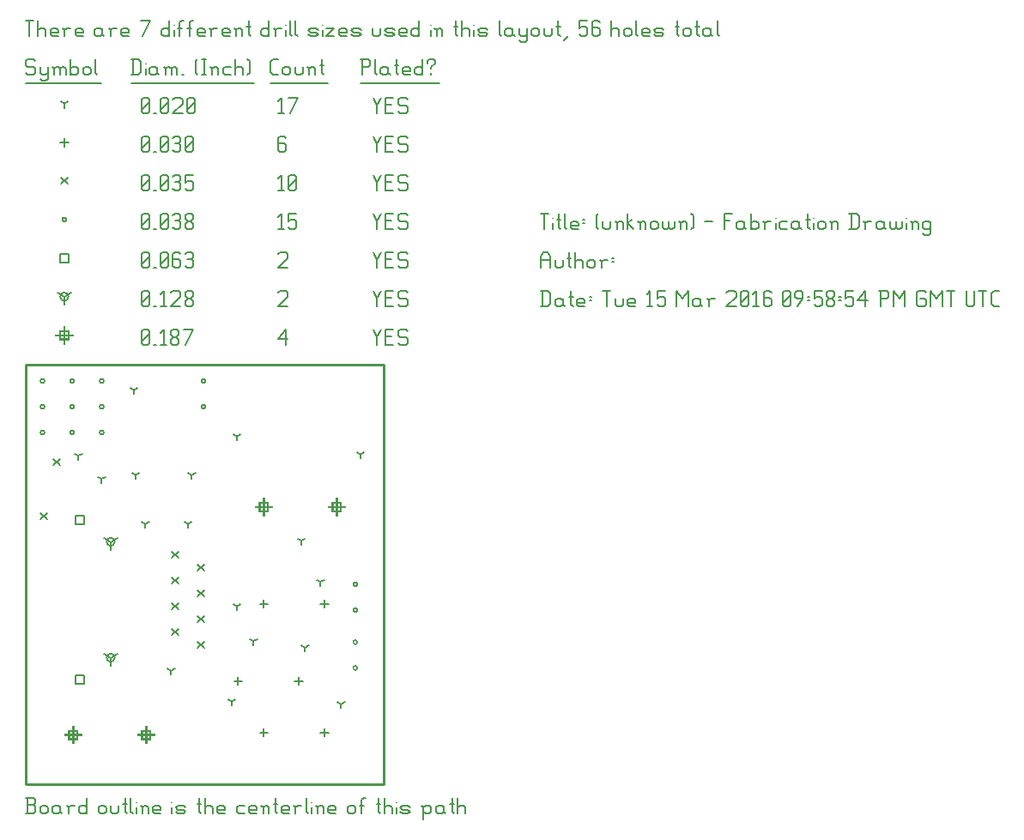
<source format=gbr>
G04 start of page 12 for group -3984 idx -3984 *
G04 Title: (unknown), fab *
G04 Creator: pcb 20140316 *
G04 CreationDate: Tue 15 Mar 2016 09:58:54 PM GMT UTC *
G04 For: commonadmin *
G04 Format: Gerber/RS-274X *
G04 PCB-Dimensions (mil): 1410.00 1650.00 *
G04 PCB-Coordinate-Origin: lower left *
%MOIN*%
%FSLAX25Y25*%
%LNFAB*%
%ADD92C,0.0100*%
%ADD91C,0.0075*%
%ADD90C,0.0060*%
%ADD89R,0.0080X0.0080*%
G54D89*X18500Y24200D02*Y17800D01*
X15300Y21000D02*X21700D01*
X16900Y22600D02*X20100D01*
X16900D02*Y19400D01*
X20100D01*
Y22600D02*Y19400D01*
X46846Y24200D02*Y17800D01*
X43646Y21000D02*X50046D01*
X45246Y22600D02*X48446D01*
X45246D02*Y19400D01*
X48446D01*
Y22600D02*Y19400D01*
X92500Y112700D02*Y106300D01*
X89300Y109500D02*X95700D01*
X90900Y111100D02*X94100D01*
X90900D02*Y107900D01*
X94100D01*
Y111100D02*Y107900D01*
X120846Y112700D02*Y106300D01*
X117646Y109500D02*X124046D01*
X119246Y111100D02*X122446D01*
X119246D02*Y107900D01*
X122446D01*
Y111100D02*Y107900D01*
X15000Y179450D02*Y173050D01*
X11800Y176250D02*X18200D01*
X13400Y177850D02*X16600D01*
X13400D02*Y174650D01*
X16600D01*
Y177850D02*Y174650D01*
G54D90*X135000Y178500D02*X136500Y175500D01*
X138000Y178500D01*
X136500Y175500D02*Y172500D01*
X139800Y175800D02*X142050D01*
X139800Y172500D02*X142800D01*
X139800Y178500D02*Y172500D01*
Y178500D02*X142800D01*
X147600D02*X148350Y177750D01*
X145350Y178500D02*X147600D01*
X144600Y177750D02*X145350Y178500D01*
X144600Y177750D02*Y176250D01*
X145350Y175500D01*
X147600D01*
X148350Y174750D01*
Y173250D01*
X147600Y172500D02*X148350Y173250D01*
X145350Y172500D02*X147600D01*
X144600Y173250D02*X145350Y172500D01*
X98000Y174750D02*X101000Y178500D01*
X98000Y174750D02*X101750D01*
X101000Y178500D02*Y172500D01*
X45000Y173250D02*X45750Y172500D01*
X45000Y177750D02*Y173250D01*
Y177750D02*X45750Y178500D01*
X47250D01*
X48000Y177750D01*
Y173250D01*
X47250Y172500D02*X48000Y173250D01*
X45750Y172500D02*X47250D01*
X45000Y174000D02*X48000Y177000D01*
X49800Y172500D02*X50550D01*
X52350Y177300D02*X53550Y178500D01*
Y172500D01*
X52350D02*X54600D01*
X56400Y173250D02*X57150Y172500D01*
X56400Y174450D02*Y173250D01*
Y174450D02*X57450Y175500D01*
X58350D01*
X59400Y174450D01*
Y173250D01*
X58650Y172500D02*X59400Y173250D01*
X57150Y172500D02*X58650D01*
X56400Y176550D02*X57450Y175500D01*
X56400Y177750D02*Y176550D01*
Y177750D02*X57150Y178500D01*
X58650D01*
X59400Y177750D01*
Y176550D01*
X58350Y175500D02*X59400Y176550D01*
X61950Y172500D02*X64950Y178500D01*
X61200D02*X64950D01*
X33000Y96000D02*Y92800D01*
Y96000D02*X35773Y97600D01*
X33000Y96000D02*X30227Y97600D01*
X31400Y96000D02*G75*G03X34600Y96000I1600J0D01*G01*
G75*G03X31400Y96000I-1600J0D01*G01*
X33000Y51000D02*Y47800D01*
Y51000D02*X35773Y52600D01*
X33000Y51000D02*X30227Y52600D01*
X31400Y51000D02*G75*G03X34600Y51000I1600J0D01*G01*
G75*G03X31400Y51000I-1600J0D01*G01*
X15000Y191250D02*Y188050D01*
Y191250D02*X17773Y192850D01*
X15000Y191250D02*X12227Y192850D01*
X13400Y191250D02*G75*G03X16600Y191250I1600J0D01*G01*
G75*G03X13400Y191250I-1600J0D01*G01*
X135000Y193500D02*X136500Y190500D01*
X138000Y193500D01*
X136500Y190500D02*Y187500D01*
X139800Y190800D02*X142050D01*
X139800Y187500D02*X142800D01*
X139800Y193500D02*Y187500D01*
Y193500D02*X142800D01*
X147600D02*X148350Y192750D01*
X145350Y193500D02*X147600D01*
X144600Y192750D02*X145350Y193500D01*
X144600Y192750D02*Y191250D01*
X145350Y190500D01*
X147600D01*
X148350Y189750D01*
Y188250D01*
X147600Y187500D02*X148350Y188250D01*
X145350Y187500D02*X147600D01*
X144600Y188250D02*X145350Y187500D01*
X98000Y192750D02*X98750Y193500D01*
X101000D01*
X101750Y192750D01*
Y191250D01*
X98000Y187500D02*X101750Y191250D01*
X98000Y187500D02*X101750D01*
X45000Y188250D02*X45750Y187500D01*
X45000Y192750D02*Y188250D01*
Y192750D02*X45750Y193500D01*
X47250D01*
X48000Y192750D01*
Y188250D01*
X47250Y187500D02*X48000Y188250D01*
X45750Y187500D02*X47250D01*
X45000Y189000D02*X48000Y192000D01*
X49800Y187500D02*X50550D01*
X52350Y192300D02*X53550Y193500D01*
Y187500D01*
X52350D02*X54600D01*
X56400Y192750D02*X57150Y193500D01*
X59400D01*
X60150Y192750D01*
Y191250D01*
X56400Y187500D02*X60150Y191250D01*
X56400Y187500D02*X60150D01*
X61950Y188250D02*X62700Y187500D01*
X61950Y189450D02*Y188250D01*
Y189450D02*X63000Y190500D01*
X63900D01*
X64950Y189450D01*
Y188250D01*
X64200Y187500D02*X64950Y188250D01*
X62700Y187500D02*X64200D01*
X61950Y191550D02*X63000Y190500D01*
X61950Y192750D02*Y191550D01*
Y192750D02*X62700Y193500D01*
X64200D01*
X64950Y192750D01*
Y191550D01*
X63900Y190500D02*X64950Y191550D01*
X19392Y106143D02*X22592D01*
X19392D02*Y102943D01*
X22592D01*
Y106143D02*Y102943D01*
X19392Y44135D02*X22592D01*
X19392D02*Y40935D01*
X22592D01*
Y44135D02*Y40935D01*
X13400Y207850D02*X16600D01*
X13400D02*Y204650D01*
X16600D01*
Y207850D02*Y204650D01*
X135000Y208500D02*X136500Y205500D01*
X138000Y208500D01*
X136500Y205500D02*Y202500D01*
X139800Y205800D02*X142050D01*
X139800Y202500D02*X142800D01*
X139800Y208500D02*Y202500D01*
Y208500D02*X142800D01*
X147600D02*X148350Y207750D01*
X145350Y208500D02*X147600D01*
X144600Y207750D02*X145350Y208500D01*
X144600Y207750D02*Y206250D01*
X145350Y205500D01*
X147600D01*
X148350Y204750D01*
Y203250D01*
X147600Y202500D02*X148350Y203250D01*
X145350Y202500D02*X147600D01*
X144600Y203250D02*X145350Y202500D01*
X98000Y207750D02*X98750Y208500D01*
X101000D01*
X101750Y207750D01*
Y206250D01*
X98000Y202500D02*X101750Y206250D01*
X98000Y202500D02*X101750D01*
X45000Y203250D02*X45750Y202500D01*
X45000Y207750D02*Y203250D01*
Y207750D02*X45750Y208500D01*
X47250D01*
X48000Y207750D01*
Y203250D01*
X47250Y202500D02*X48000Y203250D01*
X45750Y202500D02*X47250D01*
X45000Y204000D02*X48000Y207000D01*
X49800Y202500D02*X50550D01*
X52350Y203250D02*X53100Y202500D01*
X52350Y207750D02*Y203250D01*
Y207750D02*X53100Y208500D01*
X54600D01*
X55350Y207750D01*
Y203250D01*
X54600Y202500D02*X55350Y203250D01*
X53100Y202500D02*X54600D01*
X52350Y204000D02*X55350Y207000D01*
X59400Y208500D02*X60150Y207750D01*
X57900Y208500D02*X59400D01*
X57150Y207750D02*X57900Y208500D01*
X57150Y207750D02*Y203250D01*
X57900Y202500D01*
X59400Y205800D02*X60150Y205050D01*
X57150Y205800D02*X59400D01*
X57900Y202500D02*X59400D01*
X60150Y203250D01*
Y205050D02*Y203250D01*
X61950Y207750D02*X62700Y208500D01*
X64200D01*
X64950Y207750D01*
X64200Y202500D02*X64950Y203250D01*
X62700Y202500D02*X64200D01*
X61950Y203250D02*X62700Y202500D01*
Y205800D02*X64200D01*
X64950Y207750D02*Y206550D01*
Y205050D02*Y203250D01*
Y205050D02*X64200Y205800D01*
X64950Y206550D02*X64200Y205800D01*
X127200Y79500D02*G75*G03X128800Y79500I800J0D01*G01*
G75*G03X127200Y79500I-800J0D01*G01*
Y69500D02*G75*G03X128800Y69500I800J0D01*G01*
G75*G03X127200Y69500I-800J0D01*G01*
Y57000D02*G75*G03X128800Y57000I800J0D01*G01*
G75*G03X127200Y57000I-800J0D01*G01*
Y47000D02*G75*G03X128800Y47000I800J0D01*G01*
G75*G03X127200Y47000I-800J0D01*G01*
X28700Y138500D02*G75*G03X30300Y138500I800J0D01*G01*
G75*G03X28700Y138500I-800J0D01*G01*
Y148500D02*G75*G03X30300Y148500I800J0D01*G01*
G75*G03X28700Y148500I-800J0D01*G01*
Y158500D02*G75*G03X30300Y158500I800J0D01*G01*
G75*G03X28700Y158500I-800J0D01*G01*
X17200Y138500D02*G75*G03X18800Y138500I800J0D01*G01*
G75*G03X17200Y138500I-800J0D01*G01*
Y148500D02*G75*G03X18800Y148500I800J0D01*G01*
G75*G03X17200Y148500I-800J0D01*G01*
Y158500D02*G75*G03X18800Y158500I800J0D01*G01*
G75*G03X17200Y158500I-800J0D01*G01*
X5700Y138500D02*G75*G03X7300Y138500I800J0D01*G01*
G75*G03X5700Y138500I-800J0D01*G01*
Y148500D02*G75*G03X7300Y148500I800J0D01*G01*
G75*G03X5700Y148500I-800J0D01*G01*
Y158500D02*G75*G03X7300Y158500I800J0D01*G01*
G75*G03X5700Y158500I-800J0D01*G01*
X68200D02*G75*G03X69800Y158500I800J0D01*G01*
G75*G03X68200Y158500I-800J0D01*G01*
Y148500D02*G75*G03X69800Y148500I800J0D01*G01*
G75*G03X68200Y148500I-800J0D01*G01*
X14200Y221250D02*G75*G03X15800Y221250I800J0D01*G01*
G75*G03X14200Y221250I-800J0D01*G01*
X135000Y223500D02*X136500Y220500D01*
X138000Y223500D01*
X136500Y220500D02*Y217500D01*
X139800Y220800D02*X142050D01*
X139800Y217500D02*X142800D01*
X139800Y223500D02*Y217500D01*
Y223500D02*X142800D01*
X147600D02*X148350Y222750D01*
X145350Y223500D02*X147600D01*
X144600Y222750D02*X145350Y223500D01*
X144600Y222750D02*Y221250D01*
X145350Y220500D01*
X147600D01*
X148350Y219750D01*
Y218250D01*
X147600Y217500D02*X148350Y218250D01*
X145350Y217500D02*X147600D01*
X144600Y218250D02*X145350Y217500D01*
X98000Y222300D02*X99200Y223500D01*
Y217500D01*
X98000D02*X100250D01*
X102050Y223500D02*X105050D01*
X102050D02*Y220500D01*
X102800Y221250D01*
X104300D01*
X105050Y220500D01*
Y218250D01*
X104300Y217500D02*X105050Y218250D01*
X102800Y217500D02*X104300D01*
X102050Y218250D02*X102800Y217500D01*
X45000Y218250D02*X45750Y217500D01*
X45000Y222750D02*Y218250D01*
Y222750D02*X45750Y223500D01*
X47250D01*
X48000Y222750D01*
Y218250D01*
X47250Y217500D02*X48000Y218250D01*
X45750Y217500D02*X47250D01*
X45000Y219000D02*X48000Y222000D01*
X49800Y217500D02*X50550D01*
X52350Y218250D02*X53100Y217500D01*
X52350Y222750D02*Y218250D01*
Y222750D02*X53100Y223500D01*
X54600D01*
X55350Y222750D01*
Y218250D01*
X54600Y217500D02*X55350Y218250D01*
X53100Y217500D02*X54600D01*
X52350Y219000D02*X55350Y222000D01*
X57150Y222750D02*X57900Y223500D01*
X59400D01*
X60150Y222750D01*
X59400Y217500D02*X60150Y218250D01*
X57900Y217500D02*X59400D01*
X57150Y218250D02*X57900Y217500D01*
Y220800D02*X59400D01*
X60150Y222750D02*Y221550D01*
Y220050D02*Y218250D01*
Y220050D02*X59400Y220800D01*
X60150Y221550D02*X59400Y220800D01*
X61950Y218250D02*X62700Y217500D01*
X61950Y219450D02*Y218250D01*
Y219450D02*X63000Y220500D01*
X63900D01*
X64950Y219450D01*
Y218250D01*
X64200Y217500D02*X64950Y218250D01*
X62700Y217500D02*X64200D01*
X61950Y221550D02*X63000Y220500D01*
X61950Y222750D02*Y221550D01*
Y222750D02*X62700Y223500D01*
X64200D01*
X64950Y222750D01*
Y221550D01*
X63900Y220500D02*X64950Y221550D01*
X10800Y128200D02*X13200Y125800D01*
X10800D02*X13200Y128200D01*
X5800Y107200D02*X8200Y104800D01*
X5800D02*X8200Y107200D01*
X66800Y87200D02*X69200Y84800D01*
X66800D02*X69200Y87200D01*
X66800Y77200D02*X69200Y74800D01*
X66800D02*X69200Y77200D01*
X66800Y67200D02*X69200Y64800D01*
X66800D02*X69200Y67200D01*
X66800Y57200D02*X69200Y54800D01*
X66800D02*X69200Y57200D01*
X56800Y92200D02*X59200Y89800D01*
X56800D02*X59200Y92200D01*
X56800Y82200D02*X59200Y79800D01*
X56800D02*X59200Y82200D01*
X56800Y72200D02*X59200Y69800D01*
X56800D02*X59200Y72200D01*
X56800Y62200D02*X59200Y59800D01*
X56800D02*X59200Y62200D01*
X13800Y237450D02*X16200Y235050D01*
X13800D02*X16200Y237450D01*
X135000Y238500D02*X136500Y235500D01*
X138000Y238500D01*
X136500Y235500D02*Y232500D01*
X139800Y235800D02*X142050D01*
X139800Y232500D02*X142800D01*
X139800Y238500D02*Y232500D01*
Y238500D02*X142800D01*
X147600D02*X148350Y237750D01*
X145350Y238500D02*X147600D01*
X144600Y237750D02*X145350Y238500D01*
X144600Y237750D02*Y236250D01*
X145350Y235500D01*
X147600D01*
X148350Y234750D01*
Y233250D01*
X147600Y232500D02*X148350Y233250D01*
X145350Y232500D02*X147600D01*
X144600Y233250D02*X145350Y232500D01*
X98000Y237300D02*X99200Y238500D01*
Y232500D01*
X98000D02*X100250D01*
X102050Y233250D02*X102800Y232500D01*
X102050Y237750D02*Y233250D01*
Y237750D02*X102800Y238500D01*
X104300D01*
X105050Y237750D01*
Y233250D01*
X104300Y232500D02*X105050Y233250D01*
X102800Y232500D02*X104300D01*
X102050Y234000D02*X105050Y237000D01*
X45000Y233250D02*X45750Y232500D01*
X45000Y237750D02*Y233250D01*
Y237750D02*X45750Y238500D01*
X47250D01*
X48000Y237750D01*
Y233250D01*
X47250Y232500D02*X48000Y233250D01*
X45750Y232500D02*X47250D01*
X45000Y234000D02*X48000Y237000D01*
X49800Y232500D02*X50550D01*
X52350Y233250D02*X53100Y232500D01*
X52350Y237750D02*Y233250D01*
Y237750D02*X53100Y238500D01*
X54600D01*
X55350Y237750D01*
Y233250D01*
X54600Y232500D02*X55350Y233250D01*
X53100Y232500D02*X54600D01*
X52350Y234000D02*X55350Y237000D01*
X57150Y237750D02*X57900Y238500D01*
X59400D01*
X60150Y237750D01*
X59400Y232500D02*X60150Y233250D01*
X57900Y232500D02*X59400D01*
X57150Y233250D02*X57900Y232500D01*
Y235800D02*X59400D01*
X60150Y237750D02*Y236550D01*
Y235050D02*Y233250D01*
Y235050D02*X59400Y235800D01*
X60150Y236550D02*X59400Y235800D01*
X61950Y238500D02*X64950D01*
X61950D02*Y235500D01*
X62700Y236250D01*
X64200D01*
X64950Y235500D01*
Y233250D01*
X64200Y232500D02*X64950Y233250D01*
X62700Y232500D02*X64200D01*
X61950Y233250D02*X62700Y232500D01*
X92500Y73600D02*Y70400D01*
X90900Y72000D02*X94100D01*
X92500Y23600D02*Y20400D01*
X90900Y22000D02*X94100D01*
X82500Y43600D02*Y40400D01*
X80900Y42000D02*X84100D01*
X116000Y73600D02*Y70400D01*
X114400Y72000D02*X117600D01*
X116000Y23600D02*Y20400D01*
X114400Y22000D02*X117600D01*
X106000Y43600D02*Y40400D01*
X104400Y42000D02*X107600D01*
X15000Y252850D02*Y249650D01*
X13400Y251250D02*X16600D01*
X135000Y253500D02*X136500Y250500D01*
X138000Y253500D01*
X136500Y250500D02*Y247500D01*
X139800Y250800D02*X142050D01*
X139800Y247500D02*X142800D01*
X139800Y253500D02*Y247500D01*
Y253500D02*X142800D01*
X147600D02*X148350Y252750D01*
X145350Y253500D02*X147600D01*
X144600Y252750D02*X145350Y253500D01*
X144600Y252750D02*Y251250D01*
X145350Y250500D01*
X147600D01*
X148350Y249750D01*
Y248250D01*
X147600Y247500D02*X148350Y248250D01*
X145350Y247500D02*X147600D01*
X144600Y248250D02*X145350Y247500D01*
X100250Y253500D02*X101000Y252750D01*
X98750Y253500D02*X100250D01*
X98000Y252750D02*X98750Y253500D01*
X98000Y252750D02*Y248250D01*
X98750Y247500D01*
X100250Y250800D02*X101000Y250050D01*
X98000Y250800D02*X100250D01*
X98750Y247500D02*X100250D01*
X101000Y248250D01*
Y250050D02*Y248250D01*
X45000D02*X45750Y247500D01*
X45000Y252750D02*Y248250D01*
Y252750D02*X45750Y253500D01*
X47250D01*
X48000Y252750D01*
Y248250D01*
X47250Y247500D02*X48000Y248250D01*
X45750Y247500D02*X47250D01*
X45000Y249000D02*X48000Y252000D01*
X49800Y247500D02*X50550D01*
X52350Y248250D02*X53100Y247500D01*
X52350Y252750D02*Y248250D01*
Y252750D02*X53100Y253500D01*
X54600D01*
X55350Y252750D01*
Y248250D01*
X54600Y247500D02*X55350Y248250D01*
X53100Y247500D02*X54600D01*
X52350Y249000D02*X55350Y252000D01*
X57150Y252750D02*X57900Y253500D01*
X59400D01*
X60150Y252750D01*
X59400Y247500D02*X60150Y248250D01*
X57900Y247500D02*X59400D01*
X57150Y248250D02*X57900Y247500D01*
Y250800D02*X59400D01*
X60150Y252750D02*Y251550D01*
Y250050D02*Y248250D01*
Y250050D02*X59400Y250800D01*
X60150Y251550D02*X59400Y250800D01*
X61950Y248250D02*X62700Y247500D01*
X61950Y252750D02*Y248250D01*
Y252750D02*X62700Y253500D01*
X64200D01*
X64950Y252750D01*
Y248250D01*
X64200Y247500D02*X64950Y248250D01*
X62700Y247500D02*X64200D01*
X61950Y249000D02*X64950Y252000D01*
X122500Y33000D02*Y31400D01*
Y33000D02*X123887Y33800D01*
X122500Y33000D02*X121113Y33800D01*
X64500Y122000D02*Y120400D01*
Y122000D02*X65887Y122800D01*
X64500Y122000D02*X63113Y122800D01*
X42700Y122000D02*Y120400D01*
Y122000D02*X44087Y122800D01*
X42700Y122000D02*X41313Y122800D01*
X80000Y34000D02*Y32400D01*
Y34000D02*X81387Y34800D01*
X80000Y34000D02*X78613Y34800D01*
X29500Y120500D02*Y118900D01*
Y120500D02*X30887Y121300D01*
X29500Y120500D02*X28113Y121300D01*
X46500Y103000D02*Y101400D01*
Y103000D02*X47887Y103800D01*
X46500Y103000D02*X45113Y103800D01*
X63000Y103000D02*Y101400D01*
Y103000D02*X64387Y103800D01*
X63000Y103000D02*X61613Y103800D01*
X56500Y46000D02*Y44400D01*
Y46000D02*X57887Y46800D01*
X56500Y46000D02*X55113Y46800D01*
X88500Y57500D02*Y55900D01*
Y57500D02*X89887Y58300D01*
X88500Y57500D02*X87113Y58300D01*
X108500Y55000D02*Y53400D01*
Y55000D02*X109887Y55800D01*
X108500Y55000D02*X107113Y55800D01*
X82000Y71000D02*Y69400D01*
Y71000D02*X83387Y71800D01*
X82000Y71000D02*X80613Y71800D01*
X114500Y80500D02*Y78900D01*
Y80500D02*X115887Y81300D01*
X114500Y80500D02*X113113Y81300D01*
X42000Y155000D02*Y153400D01*
Y155000D02*X43387Y155800D01*
X42000Y155000D02*X40613Y155800D01*
X82000Y137000D02*Y135400D01*
Y137000D02*X83387Y137800D01*
X82000Y137000D02*X80613Y137800D01*
X130000Y130000D02*Y128400D01*
Y130000D02*X131387Y130800D01*
X130000Y130000D02*X128613Y130800D01*
X107000Y96500D02*Y94900D01*
Y96500D02*X108387Y97300D01*
X107000Y96500D02*X105613Y97300D01*
X20500Y129500D02*Y127900D01*
Y129500D02*X21887Y130300D01*
X20500Y129500D02*X19113Y130300D01*
X15000Y266250D02*Y264650D01*
Y266250D02*X16387Y267050D01*
X15000Y266250D02*X13613Y267050D01*
X135000Y268500D02*X136500Y265500D01*
X138000Y268500D01*
X136500Y265500D02*Y262500D01*
X139800Y265800D02*X142050D01*
X139800Y262500D02*X142800D01*
X139800Y268500D02*Y262500D01*
Y268500D02*X142800D01*
X147600D02*X148350Y267750D01*
X145350Y268500D02*X147600D01*
X144600Y267750D02*X145350Y268500D01*
X144600Y267750D02*Y266250D01*
X145350Y265500D01*
X147600D01*
X148350Y264750D01*
Y263250D01*
X147600Y262500D02*X148350Y263250D01*
X145350Y262500D02*X147600D01*
X144600Y263250D02*X145350Y262500D01*
X98000Y267300D02*X99200Y268500D01*
Y262500D01*
X98000D02*X100250D01*
X102800D02*X105800Y268500D01*
X102050D02*X105800D01*
X45000Y263250D02*X45750Y262500D01*
X45000Y267750D02*Y263250D01*
Y267750D02*X45750Y268500D01*
X47250D01*
X48000Y267750D01*
Y263250D01*
X47250Y262500D02*X48000Y263250D01*
X45750Y262500D02*X47250D01*
X45000Y264000D02*X48000Y267000D01*
X49800Y262500D02*X50550D01*
X52350Y263250D02*X53100Y262500D01*
X52350Y267750D02*Y263250D01*
Y267750D02*X53100Y268500D01*
X54600D01*
X55350Y267750D01*
Y263250D01*
X54600Y262500D02*X55350Y263250D01*
X53100Y262500D02*X54600D01*
X52350Y264000D02*X55350Y267000D01*
X57150Y267750D02*X57900Y268500D01*
X60150D01*
X60900Y267750D01*
Y266250D01*
X57150Y262500D02*X60900Y266250D01*
X57150Y262500D02*X60900D01*
X62700Y263250D02*X63450Y262500D01*
X62700Y267750D02*Y263250D01*
Y267750D02*X63450Y268500D01*
X64950D01*
X65700Y267750D01*
Y263250D01*
X64950Y262500D02*X65700Y263250D01*
X63450Y262500D02*X64950D01*
X62700Y264000D02*X65700Y267000D01*
X3000Y283500D02*X3750Y282750D01*
X750Y283500D02*X3000D01*
X0Y282750D02*X750Y283500D01*
X0Y282750D02*Y281250D01*
X750Y280500D01*
X3000D01*
X3750Y279750D01*
Y278250D01*
X3000Y277500D02*X3750Y278250D01*
X750Y277500D02*X3000D01*
X0Y278250D02*X750Y277500D01*
X5550Y280500D02*Y278250D01*
X6300Y277500D01*
X8550Y280500D02*Y276000D01*
X7800Y275250D02*X8550Y276000D01*
X6300Y275250D02*X7800D01*
X5550Y276000D02*X6300Y275250D01*
Y277500D02*X7800D01*
X8550Y278250D01*
X11100Y279750D02*Y277500D01*
Y279750D02*X11850Y280500D01*
X12600D01*
X13350Y279750D01*
Y277500D01*
Y279750D02*X14100Y280500D01*
X14850D01*
X15600Y279750D01*
Y277500D01*
X10350Y280500D02*X11100Y279750D01*
X17400Y283500D02*Y277500D01*
Y278250D02*X18150Y277500D01*
X19650D01*
X20400Y278250D01*
Y279750D02*Y278250D01*
X19650Y280500D02*X20400Y279750D01*
X18150Y280500D02*X19650D01*
X17400Y279750D02*X18150Y280500D01*
X22200Y279750D02*Y278250D01*
Y279750D02*X22950Y280500D01*
X24450D01*
X25200Y279750D01*
Y278250D01*
X24450Y277500D02*X25200Y278250D01*
X22950Y277500D02*X24450D01*
X22200Y278250D02*X22950Y277500D01*
X27000Y283500D02*Y278250D01*
X27750Y277500D01*
X0Y274250D02*X29250D01*
X41750Y283500D02*Y277500D01*
X43700Y283500D02*X44750Y282450D01*
Y278550D01*
X43700Y277500D02*X44750Y278550D01*
X41000Y277500D02*X43700D01*
X41000Y283500D02*X43700D01*
G54D91*X46550Y282000D02*Y281850D01*
G54D90*Y279750D02*Y277500D01*
X50300Y280500D02*X51050Y279750D01*
X48800Y280500D02*X50300D01*
X48050Y279750D02*X48800Y280500D01*
X48050Y279750D02*Y278250D01*
X48800Y277500D01*
X51050Y280500D02*Y278250D01*
X51800Y277500D01*
X48800D02*X50300D01*
X51050Y278250D01*
X54350Y279750D02*Y277500D01*
Y279750D02*X55100Y280500D01*
X55850D01*
X56600Y279750D01*
Y277500D01*
Y279750D02*X57350Y280500D01*
X58100D01*
X58850Y279750D01*
Y277500D01*
X53600Y280500D02*X54350Y279750D01*
X60650Y277500D02*X61400D01*
X65900Y278250D02*X66650Y277500D01*
X65900Y282750D02*X66650Y283500D01*
X65900Y282750D02*Y278250D01*
X68450Y283500D02*X69950D01*
X69200D02*Y277500D01*
X68450D02*X69950D01*
X72500Y279750D02*Y277500D01*
Y279750D02*X73250Y280500D01*
X74000D01*
X74750Y279750D01*
Y277500D01*
X71750Y280500D02*X72500Y279750D01*
X77300Y280500D02*X79550D01*
X76550Y279750D02*X77300Y280500D01*
X76550Y279750D02*Y278250D01*
X77300Y277500D01*
X79550D01*
X81350Y283500D02*Y277500D01*
Y279750D02*X82100Y280500D01*
X83600D01*
X84350Y279750D01*
Y277500D01*
X86150Y283500D02*X86900Y282750D01*
Y278250D01*
X86150Y277500D02*X86900Y278250D01*
X41000Y274250D02*X88700D01*
X96050Y277500D02*X98000D01*
X95000Y278550D02*X96050Y277500D01*
X95000Y282450D02*Y278550D01*
Y282450D02*X96050Y283500D01*
X98000D01*
X99800Y279750D02*Y278250D01*
Y279750D02*X100550Y280500D01*
X102050D01*
X102800Y279750D01*
Y278250D01*
X102050Y277500D02*X102800Y278250D01*
X100550Y277500D02*X102050D01*
X99800Y278250D02*X100550Y277500D01*
X104600Y280500D02*Y278250D01*
X105350Y277500D01*
X106850D01*
X107600Y278250D01*
Y280500D02*Y278250D01*
X110150Y279750D02*Y277500D01*
Y279750D02*X110900Y280500D01*
X111650D01*
X112400Y279750D01*
Y277500D01*
X109400Y280500D02*X110150Y279750D01*
X114950Y283500D02*Y278250D01*
X115700Y277500D01*
X114200Y281250D02*X115700D01*
X95000Y274250D02*X117200D01*
X130750Y283500D02*Y277500D01*
X130000Y283500D02*X133000D01*
X133750Y282750D01*
Y281250D01*
X133000Y280500D02*X133750Y281250D01*
X130750Y280500D02*X133000D01*
X135550Y283500D02*Y278250D01*
X136300Y277500D01*
X140050Y280500D02*X140800Y279750D01*
X138550Y280500D02*X140050D01*
X137800Y279750D02*X138550Y280500D01*
X137800Y279750D02*Y278250D01*
X138550Y277500D01*
X140800Y280500D02*Y278250D01*
X141550Y277500D01*
X138550D02*X140050D01*
X140800Y278250D01*
X144100Y283500D02*Y278250D01*
X144850Y277500D01*
X143350Y281250D02*X144850D01*
X147100Y277500D02*X149350D01*
X146350Y278250D02*X147100Y277500D01*
X146350Y279750D02*Y278250D01*
Y279750D02*X147100Y280500D01*
X148600D01*
X149350Y279750D01*
X146350Y279000D02*X149350D01*
Y279750D02*Y279000D01*
X154150Y283500D02*Y277500D01*
X153400D02*X154150Y278250D01*
X151900Y277500D02*X153400D01*
X151150Y278250D02*X151900Y277500D01*
X151150Y279750D02*Y278250D01*
Y279750D02*X151900Y280500D01*
X153400D01*
X154150Y279750D01*
X157450Y280500D02*Y279750D01*
Y278250D02*Y277500D01*
X155950Y282750D02*Y282000D01*
Y282750D02*X156700Y283500D01*
X158200D01*
X158950Y282750D01*
Y282000D01*
X157450Y280500D02*X158950Y282000D01*
X130000Y274250D02*X160750D01*
X0Y298500D02*X3000D01*
X1500D02*Y292500D01*
X4800Y298500D02*Y292500D01*
Y294750D02*X5550Y295500D01*
X7050D01*
X7800Y294750D01*
Y292500D01*
X10350D02*X12600D01*
X9600Y293250D02*X10350Y292500D01*
X9600Y294750D02*Y293250D01*
Y294750D02*X10350Y295500D01*
X11850D01*
X12600Y294750D01*
X9600Y294000D02*X12600D01*
Y294750D02*Y294000D01*
X15150Y294750D02*Y292500D01*
Y294750D02*X15900Y295500D01*
X17400D01*
X14400D02*X15150Y294750D01*
X19950Y292500D02*X22200D01*
X19200Y293250D02*X19950Y292500D01*
X19200Y294750D02*Y293250D01*
Y294750D02*X19950Y295500D01*
X21450D01*
X22200Y294750D01*
X19200Y294000D02*X22200D01*
Y294750D02*Y294000D01*
X28950Y295500D02*X29700Y294750D01*
X27450Y295500D02*X28950D01*
X26700Y294750D02*X27450Y295500D01*
X26700Y294750D02*Y293250D01*
X27450Y292500D01*
X29700Y295500D02*Y293250D01*
X30450Y292500D01*
X27450D02*X28950D01*
X29700Y293250D01*
X33000Y294750D02*Y292500D01*
Y294750D02*X33750Y295500D01*
X35250D01*
X32250D02*X33000Y294750D01*
X37800Y292500D02*X40050D01*
X37050Y293250D02*X37800Y292500D01*
X37050Y294750D02*Y293250D01*
Y294750D02*X37800Y295500D01*
X39300D01*
X40050Y294750D01*
X37050Y294000D02*X40050D01*
Y294750D02*Y294000D01*
X45300Y292500D02*X48300Y298500D01*
X44550D02*X48300D01*
X55800D02*Y292500D01*
X55050D02*X55800Y293250D01*
X53550Y292500D02*X55050D01*
X52800Y293250D02*X53550Y292500D01*
X52800Y294750D02*Y293250D01*
Y294750D02*X53550Y295500D01*
X55050D01*
X55800Y294750D01*
G54D91*X57600Y297000D02*Y296850D01*
G54D90*Y294750D02*Y292500D01*
X59850Y297750D02*Y292500D01*
Y297750D02*X60600Y298500D01*
X61350D01*
X59100Y295500D02*X60600D01*
X63600Y297750D02*Y292500D01*
Y297750D02*X64350Y298500D01*
X65100D01*
X62850Y295500D02*X64350D01*
X67350Y292500D02*X69600D01*
X66600Y293250D02*X67350Y292500D01*
X66600Y294750D02*Y293250D01*
Y294750D02*X67350Y295500D01*
X68850D01*
X69600Y294750D01*
X66600Y294000D02*X69600D01*
Y294750D02*Y294000D01*
X72150Y294750D02*Y292500D01*
Y294750D02*X72900Y295500D01*
X74400D01*
X71400D02*X72150Y294750D01*
X76950Y292500D02*X79200D01*
X76200Y293250D02*X76950Y292500D01*
X76200Y294750D02*Y293250D01*
Y294750D02*X76950Y295500D01*
X78450D01*
X79200Y294750D01*
X76200Y294000D02*X79200D01*
Y294750D02*Y294000D01*
X81750Y294750D02*Y292500D01*
Y294750D02*X82500Y295500D01*
X83250D01*
X84000Y294750D01*
Y292500D01*
X81000Y295500D02*X81750Y294750D01*
X86550Y298500D02*Y293250D01*
X87300Y292500D01*
X85800Y296250D02*X87300D01*
X94500Y298500D02*Y292500D01*
X93750D02*X94500Y293250D01*
X92250Y292500D02*X93750D01*
X91500Y293250D02*X92250Y292500D01*
X91500Y294750D02*Y293250D01*
Y294750D02*X92250Y295500D01*
X93750D01*
X94500Y294750D01*
X97050D02*Y292500D01*
Y294750D02*X97800Y295500D01*
X99300D01*
X96300D02*X97050Y294750D01*
G54D91*X101100Y297000D02*Y296850D01*
G54D90*Y294750D02*Y292500D01*
X102600Y298500D02*Y293250D01*
X103350Y292500D01*
X104850Y298500D02*Y293250D01*
X105600Y292500D01*
X110550D02*X112800D01*
X113550Y293250D01*
X112800Y294000D02*X113550Y293250D01*
X110550Y294000D02*X112800D01*
X109800Y294750D02*X110550Y294000D01*
X109800Y294750D02*X110550Y295500D01*
X112800D01*
X113550Y294750D01*
X109800Y293250D02*X110550Y292500D01*
G54D91*X115350Y297000D02*Y296850D01*
G54D90*Y294750D02*Y292500D01*
X116850Y295500D02*X119850D01*
X116850Y292500D02*X119850Y295500D01*
X116850Y292500D02*X119850D01*
X122400D02*X124650D01*
X121650Y293250D02*X122400Y292500D01*
X121650Y294750D02*Y293250D01*
Y294750D02*X122400Y295500D01*
X123900D01*
X124650Y294750D01*
X121650Y294000D02*X124650D01*
Y294750D02*Y294000D01*
X127200Y292500D02*X129450D01*
X130200Y293250D01*
X129450Y294000D02*X130200Y293250D01*
X127200Y294000D02*X129450D01*
X126450Y294750D02*X127200Y294000D01*
X126450Y294750D02*X127200Y295500D01*
X129450D01*
X130200Y294750D01*
X126450Y293250D02*X127200Y292500D01*
X134700Y295500D02*Y293250D01*
X135450Y292500D01*
X136950D01*
X137700Y293250D01*
Y295500D02*Y293250D01*
X140250Y292500D02*X142500D01*
X143250Y293250D01*
X142500Y294000D02*X143250Y293250D01*
X140250Y294000D02*X142500D01*
X139500Y294750D02*X140250Y294000D01*
X139500Y294750D02*X140250Y295500D01*
X142500D01*
X143250Y294750D01*
X139500Y293250D02*X140250Y292500D01*
X145800D02*X148050D01*
X145050Y293250D02*X145800Y292500D01*
X145050Y294750D02*Y293250D01*
Y294750D02*X145800Y295500D01*
X147300D01*
X148050Y294750D01*
X145050Y294000D02*X148050D01*
Y294750D02*Y294000D01*
X152850Y298500D02*Y292500D01*
X152100D02*X152850Y293250D01*
X150600Y292500D02*X152100D01*
X149850Y293250D02*X150600Y292500D01*
X149850Y294750D02*Y293250D01*
Y294750D02*X150600Y295500D01*
X152100D01*
X152850Y294750D01*
G54D91*X157350Y297000D02*Y296850D01*
G54D90*Y294750D02*Y292500D01*
X159600Y294750D02*Y292500D01*
Y294750D02*X160350Y295500D01*
X161100D01*
X161850Y294750D01*
Y292500D01*
X158850Y295500D02*X159600Y294750D01*
X167100Y298500D02*Y293250D01*
X167850Y292500D01*
X166350Y296250D02*X167850D01*
X169350Y298500D02*Y292500D01*
Y294750D02*X170100Y295500D01*
X171600D01*
X172350Y294750D01*
Y292500D01*
G54D91*X174150Y297000D02*Y296850D01*
G54D90*Y294750D02*Y292500D01*
X176400D02*X178650D01*
X179400Y293250D01*
X178650Y294000D02*X179400Y293250D01*
X176400Y294000D02*X178650D01*
X175650Y294750D02*X176400Y294000D01*
X175650Y294750D02*X176400Y295500D01*
X178650D01*
X179400Y294750D01*
X175650Y293250D02*X176400Y292500D01*
X183900Y298500D02*Y293250D01*
X184650Y292500D01*
X188400Y295500D02*X189150Y294750D01*
X186900Y295500D02*X188400D01*
X186150Y294750D02*X186900Y295500D01*
X186150Y294750D02*Y293250D01*
X186900Y292500D01*
X189150Y295500D02*Y293250D01*
X189900Y292500D01*
X186900D02*X188400D01*
X189150Y293250D01*
X191700Y295500D02*Y293250D01*
X192450Y292500D01*
X194700Y295500D02*Y291000D01*
X193950Y290250D02*X194700Y291000D01*
X192450Y290250D02*X193950D01*
X191700Y291000D02*X192450Y290250D01*
Y292500D02*X193950D01*
X194700Y293250D01*
X196500Y294750D02*Y293250D01*
Y294750D02*X197250Y295500D01*
X198750D01*
X199500Y294750D01*
Y293250D01*
X198750Y292500D02*X199500Y293250D01*
X197250Y292500D02*X198750D01*
X196500Y293250D02*X197250Y292500D01*
X201300Y295500D02*Y293250D01*
X202050Y292500D01*
X203550D01*
X204300Y293250D01*
Y295500D02*Y293250D01*
X206850Y298500D02*Y293250D01*
X207600Y292500D01*
X206100Y296250D02*X207600D01*
X209100Y291000D02*X210600Y292500D01*
X215100Y298500D02*X218100D01*
X215100D02*Y295500D01*
X215850Y296250D01*
X217350D01*
X218100Y295500D01*
Y293250D01*
X217350Y292500D02*X218100Y293250D01*
X215850Y292500D02*X217350D01*
X215100Y293250D02*X215850Y292500D01*
X222150Y298500D02*X222900Y297750D01*
X220650Y298500D02*X222150D01*
X219900Y297750D02*X220650Y298500D01*
X219900Y297750D02*Y293250D01*
X220650Y292500D01*
X222150Y295800D02*X222900Y295050D01*
X219900Y295800D02*X222150D01*
X220650Y292500D02*X222150D01*
X222900Y293250D01*
Y295050D02*Y293250D01*
X227400Y298500D02*Y292500D01*
Y294750D02*X228150Y295500D01*
X229650D01*
X230400Y294750D01*
Y292500D01*
X232200Y294750D02*Y293250D01*
Y294750D02*X232950Y295500D01*
X234450D01*
X235200Y294750D01*
Y293250D01*
X234450Y292500D02*X235200Y293250D01*
X232950Y292500D02*X234450D01*
X232200Y293250D02*X232950Y292500D01*
X237000Y298500D02*Y293250D01*
X237750Y292500D01*
X240000D02*X242250D01*
X239250Y293250D02*X240000Y292500D01*
X239250Y294750D02*Y293250D01*
Y294750D02*X240000Y295500D01*
X241500D01*
X242250Y294750D01*
X239250Y294000D02*X242250D01*
Y294750D02*Y294000D01*
X244800Y292500D02*X247050D01*
X247800Y293250D01*
X247050Y294000D02*X247800Y293250D01*
X244800Y294000D02*X247050D01*
X244050Y294750D02*X244800Y294000D01*
X244050Y294750D02*X244800Y295500D01*
X247050D01*
X247800Y294750D01*
X244050Y293250D02*X244800Y292500D01*
X253050Y298500D02*Y293250D01*
X253800Y292500D01*
X252300Y296250D02*X253800D01*
X255300Y294750D02*Y293250D01*
Y294750D02*X256050Y295500D01*
X257550D01*
X258300Y294750D01*
Y293250D01*
X257550Y292500D02*X258300Y293250D01*
X256050Y292500D02*X257550D01*
X255300Y293250D02*X256050Y292500D01*
X260850Y298500D02*Y293250D01*
X261600Y292500D01*
X260100Y296250D02*X261600D01*
X265350Y295500D02*X266100Y294750D01*
X263850Y295500D02*X265350D01*
X263100Y294750D02*X263850Y295500D01*
X263100Y294750D02*Y293250D01*
X263850Y292500D01*
X266100Y295500D02*Y293250D01*
X266850Y292500D01*
X263850D02*X265350D01*
X266100Y293250D01*
X268650Y298500D02*Y293250D01*
X269400Y292500D01*
G54D92*X0Y165000D02*Y2000D01*
X139000D01*
Y165000D01*
X0D01*
G54D90*Y-9500D02*X3000D01*
X3750Y-8750D01*
Y-6950D02*Y-8750D01*
X3000Y-6200D02*X3750Y-6950D01*
X750Y-6200D02*X3000D01*
X750Y-3500D02*Y-9500D01*
X0Y-3500D02*X3000D01*
X3750Y-4250D01*
Y-5450D01*
X3000Y-6200D02*X3750Y-5450D01*
X5550Y-7250D02*Y-8750D01*
Y-7250D02*X6300Y-6500D01*
X7800D01*
X8550Y-7250D01*
Y-8750D01*
X7800Y-9500D02*X8550Y-8750D01*
X6300Y-9500D02*X7800D01*
X5550Y-8750D02*X6300Y-9500D01*
X12600Y-6500D02*X13350Y-7250D01*
X11100Y-6500D02*X12600D01*
X10350Y-7250D02*X11100Y-6500D01*
X10350Y-7250D02*Y-8750D01*
X11100Y-9500D01*
X13350Y-6500D02*Y-8750D01*
X14100Y-9500D01*
X11100D02*X12600D01*
X13350Y-8750D01*
X16650Y-7250D02*Y-9500D01*
Y-7250D02*X17400Y-6500D01*
X18900D01*
X15900D02*X16650Y-7250D01*
X23700Y-3500D02*Y-9500D01*
X22950D02*X23700Y-8750D01*
X21450Y-9500D02*X22950D01*
X20700Y-8750D02*X21450Y-9500D01*
X20700Y-7250D02*Y-8750D01*
Y-7250D02*X21450Y-6500D01*
X22950D01*
X23700Y-7250D01*
X28200D02*Y-8750D01*
Y-7250D02*X28950Y-6500D01*
X30450D01*
X31200Y-7250D01*
Y-8750D01*
X30450Y-9500D02*X31200Y-8750D01*
X28950Y-9500D02*X30450D01*
X28200Y-8750D02*X28950Y-9500D01*
X33000Y-6500D02*Y-8750D01*
X33750Y-9500D01*
X35250D01*
X36000Y-8750D01*
Y-6500D02*Y-8750D01*
X38550Y-3500D02*Y-8750D01*
X39300Y-9500D01*
X37800Y-5750D02*X39300D01*
X40800Y-3500D02*Y-8750D01*
X41550Y-9500D01*
G54D91*X43050Y-5000D02*Y-5150D01*
G54D90*Y-7250D02*Y-9500D01*
X45300Y-7250D02*Y-9500D01*
Y-7250D02*X46050Y-6500D01*
X46800D01*
X47550Y-7250D01*
Y-9500D01*
X44550Y-6500D02*X45300Y-7250D01*
X50100Y-9500D02*X52350D01*
X49350Y-8750D02*X50100Y-9500D01*
X49350Y-7250D02*Y-8750D01*
Y-7250D02*X50100Y-6500D01*
X51600D01*
X52350Y-7250D01*
X49350Y-8000D02*X52350D01*
Y-7250D02*Y-8000D01*
G54D91*X56850Y-5000D02*Y-5150D01*
G54D90*Y-7250D02*Y-9500D01*
X59100D02*X61350D01*
X62100Y-8750D01*
X61350Y-8000D02*X62100Y-8750D01*
X59100Y-8000D02*X61350D01*
X58350Y-7250D02*X59100Y-8000D01*
X58350Y-7250D02*X59100Y-6500D01*
X61350D01*
X62100Y-7250D01*
X58350Y-8750D02*X59100Y-9500D01*
X67350Y-3500D02*Y-8750D01*
X68100Y-9500D01*
X66600Y-5750D02*X68100D01*
X69600Y-3500D02*Y-9500D01*
Y-7250D02*X70350Y-6500D01*
X71850D01*
X72600Y-7250D01*
Y-9500D01*
X75150D02*X77400D01*
X74400Y-8750D02*X75150Y-9500D01*
X74400Y-7250D02*Y-8750D01*
Y-7250D02*X75150Y-6500D01*
X76650D01*
X77400Y-7250D01*
X74400Y-8000D02*X77400D01*
Y-7250D02*Y-8000D01*
X82650Y-6500D02*X84900D01*
X81900Y-7250D02*X82650Y-6500D01*
X81900Y-7250D02*Y-8750D01*
X82650Y-9500D01*
X84900D01*
X87450D02*X89700D01*
X86700Y-8750D02*X87450Y-9500D01*
X86700Y-7250D02*Y-8750D01*
Y-7250D02*X87450Y-6500D01*
X88950D01*
X89700Y-7250D01*
X86700Y-8000D02*X89700D01*
Y-7250D02*Y-8000D01*
X92250Y-7250D02*Y-9500D01*
Y-7250D02*X93000Y-6500D01*
X93750D01*
X94500Y-7250D01*
Y-9500D01*
X91500Y-6500D02*X92250Y-7250D01*
X97050Y-3500D02*Y-8750D01*
X97800Y-9500D01*
X96300Y-5750D02*X97800D01*
X100050Y-9500D02*X102300D01*
X99300Y-8750D02*X100050Y-9500D01*
X99300Y-7250D02*Y-8750D01*
Y-7250D02*X100050Y-6500D01*
X101550D01*
X102300Y-7250D01*
X99300Y-8000D02*X102300D01*
Y-7250D02*Y-8000D01*
X104850Y-7250D02*Y-9500D01*
Y-7250D02*X105600Y-6500D01*
X107100D01*
X104100D02*X104850Y-7250D01*
X108900Y-3500D02*Y-8750D01*
X109650Y-9500D01*
G54D91*X111150Y-5000D02*Y-5150D01*
G54D90*Y-7250D02*Y-9500D01*
X113400Y-7250D02*Y-9500D01*
Y-7250D02*X114150Y-6500D01*
X114900D01*
X115650Y-7250D01*
Y-9500D01*
X112650Y-6500D02*X113400Y-7250D01*
X118200Y-9500D02*X120450D01*
X117450Y-8750D02*X118200Y-9500D01*
X117450Y-7250D02*Y-8750D01*
Y-7250D02*X118200Y-6500D01*
X119700D01*
X120450Y-7250D01*
X117450Y-8000D02*X120450D01*
Y-7250D02*Y-8000D01*
X124950Y-7250D02*Y-8750D01*
Y-7250D02*X125700Y-6500D01*
X127200D01*
X127950Y-7250D01*
Y-8750D01*
X127200Y-9500D02*X127950Y-8750D01*
X125700Y-9500D02*X127200D01*
X124950Y-8750D02*X125700Y-9500D01*
X130500Y-4250D02*Y-9500D01*
Y-4250D02*X131250Y-3500D01*
X132000D01*
X129750Y-6500D02*X131250D01*
X136950Y-3500D02*Y-8750D01*
X137700Y-9500D01*
X136200Y-5750D02*X137700D01*
X139200Y-3500D02*Y-9500D01*
Y-7250D02*X139950Y-6500D01*
X141450D01*
X142200Y-7250D01*
Y-9500D01*
G54D91*X144000Y-5000D02*Y-5150D01*
G54D90*Y-7250D02*Y-9500D01*
X146250D02*X148500D01*
X149250Y-8750D01*
X148500Y-8000D02*X149250Y-8750D01*
X146250Y-8000D02*X148500D01*
X145500Y-7250D02*X146250Y-8000D01*
X145500Y-7250D02*X146250Y-6500D01*
X148500D01*
X149250Y-7250D01*
X145500Y-8750D02*X146250Y-9500D01*
X154500Y-7250D02*Y-11750D01*
X153750Y-6500D02*X154500Y-7250D01*
X155250Y-6500D01*
X156750D01*
X157500Y-7250D01*
Y-8750D01*
X156750Y-9500D02*X157500Y-8750D01*
X155250Y-9500D02*X156750D01*
X154500Y-8750D02*X155250Y-9500D01*
X161550Y-6500D02*X162300Y-7250D01*
X160050Y-6500D02*X161550D01*
X159300Y-7250D02*X160050Y-6500D01*
X159300Y-7250D02*Y-8750D01*
X160050Y-9500D01*
X162300Y-6500D02*Y-8750D01*
X163050Y-9500D01*
X160050D02*X161550D01*
X162300Y-8750D01*
X165600Y-3500D02*Y-8750D01*
X166350Y-9500D01*
X164850Y-5750D02*X166350D01*
X167850Y-3500D02*Y-9500D01*
Y-7250D02*X168600Y-6500D01*
X170100D01*
X170850Y-7250D01*
Y-9500D01*
X200750Y193500D02*Y187500D01*
X202700Y193500D02*X203750Y192450D01*
Y188550D01*
X202700Y187500D02*X203750Y188550D01*
X200000Y187500D02*X202700D01*
X200000Y193500D02*X202700D01*
X207800Y190500D02*X208550Y189750D01*
X206300Y190500D02*X207800D01*
X205550Y189750D02*X206300Y190500D01*
X205550Y189750D02*Y188250D01*
X206300Y187500D01*
X208550Y190500D02*Y188250D01*
X209300Y187500D01*
X206300D02*X207800D01*
X208550Y188250D01*
X211850Y193500D02*Y188250D01*
X212600Y187500D01*
X211100Y191250D02*X212600D01*
X214850Y187500D02*X217100D01*
X214100Y188250D02*X214850Y187500D01*
X214100Y189750D02*Y188250D01*
Y189750D02*X214850Y190500D01*
X216350D01*
X217100Y189750D01*
X214100Y189000D02*X217100D01*
Y189750D02*Y189000D01*
X218900Y191250D02*X219650D01*
X218900Y189750D02*X219650D01*
X224150Y193500D02*X227150D01*
X225650D02*Y187500D01*
X228950Y190500D02*Y188250D01*
X229700Y187500D01*
X231200D01*
X231950Y188250D01*
Y190500D02*Y188250D01*
X234500Y187500D02*X236750D01*
X233750Y188250D02*X234500Y187500D01*
X233750Y189750D02*Y188250D01*
Y189750D02*X234500Y190500D01*
X236000D01*
X236750Y189750D01*
X233750Y189000D02*X236750D01*
Y189750D02*Y189000D01*
X241250Y192300D02*X242450Y193500D01*
Y187500D01*
X241250D02*X243500D01*
X245300Y193500D02*X248300D01*
X245300D02*Y190500D01*
X246050Y191250D01*
X247550D01*
X248300Y190500D01*
Y188250D01*
X247550Y187500D02*X248300Y188250D01*
X246050Y187500D02*X247550D01*
X245300Y188250D02*X246050Y187500D01*
X252800Y193500D02*Y187500D01*
Y193500D02*X255050Y190500D01*
X257300Y193500D01*
Y187500D01*
X261350Y190500D02*X262100Y189750D01*
X259850Y190500D02*X261350D01*
X259100Y189750D02*X259850Y190500D01*
X259100Y189750D02*Y188250D01*
X259850Y187500D01*
X262100Y190500D02*Y188250D01*
X262850Y187500D01*
X259850D02*X261350D01*
X262100Y188250D01*
X265400Y189750D02*Y187500D01*
Y189750D02*X266150Y190500D01*
X267650D01*
X264650D02*X265400Y189750D01*
X272150Y192750D02*X272900Y193500D01*
X275150D01*
X275900Y192750D01*
Y191250D01*
X272150Y187500D02*X275900Y191250D01*
X272150Y187500D02*X275900D01*
X277700Y188250D02*X278450Y187500D01*
X277700Y192750D02*Y188250D01*
Y192750D02*X278450Y193500D01*
X279950D01*
X280700Y192750D01*
Y188250D01*
X279950Y187500D02*X280700Y188250D01*
X278450Y187500D02*X279950D01*
X277700Y189000D02*X280700Y192000D01*
X282500Y192300D02*X283700Y193500D01*
Y187500D01*
X282500D02*X284750D01*
X288800Y193500D02*X289550Y192750D01*
X287300Y193500D02*X288800D01*
X286550Y192750D02*X287300Y193500D01*
X286550Y192750D02*Y188250D01*
X287300Y187500D01*
X288800Y190800D02*X289550Y190050D01*
X286550Y190800D02*X288800D01*
X287300Y187500D02*X288800D01*
X289550Y188250D01*
Y190050D02*Y188250D01*
X294050D02*X294800Y187500D01*
X294050Y192750D02*Y188250D01*
Y192750D02*X294800Y193500D01*
X296300D01*
X297050Y192750D01*
Y188250D01*
X296300Y187500D02*X297050Y188250D01*
X294800Y187500D02*X296300D01*
X294050Y189000D02*X297050Y192000D01*
X299600Y187500D02*X301850Y190500D01*
Y192750D02*Y190500D01*
X301100Y193500D02*X301850Y192750D01*
X299600Y193500D02*X301100D01*
X298850Y192750D02*X299600Y193500D01*
X298850Y192750D02*Y191250D01*
X299600Y190500D01*
X301850D01*
X303650Y191250D02*X304400D01*
X303650Y189750D02*X304400D01*
X306200Y193500D02*X309200D01*
X306200D02*Y190500D01*
X306950Y191250D01*
X308450D01*
X309200Y190500D01*
Y188250D01*
X308450Y187500D02*X309200Y188250D01*
X306950Y187500D02*X308450D01*
X306200Y188250D02*X306950Y187500D01*
X311000Y188250D02*X311750Y187500D01*
X311000Y189450D02*Y188250D01*
Y189450D02*X312050Y190500D01*
X312950D01*
X314000Y189450D01*
Y188250D01*
X313250Y187500D02*X314000Y188250D01*
X311750Y187500D02*X313250D01*
X311000Y191550D02*X312050Y190500D01*
X311000Y192750D02*Y191550D01*
Y192750D02*X311750Y193500D01*
X313250D01*
X314000Y192750D01*
Y191550D01*
X312950Y190500D02*X314000Y191550D01*
X315800Y191250D02*X316550D01*
X315800Y189750D02*X316550D01*
X318350Y193500D02*X321350D01*
X318350D02*Y190500D01*
X319100Y191250D01*
X320600D01*
X321350Y190500D01*
Y188250D01*
X320600Y187500D02*X321350Y188250D01*
X319100Y187500D02*X320600D01*
X318350Y188250D02*X319100Y187500D01*
X323150Y189750D02*X326150Y193500D01*
X323150Y189750D02*X326900D01*
X326150Y193500D02*Y187500D01*
X332150Y193500D02*Y187500D01*
X331400Y193500D02*X334400D01*
X335150Y192750D01*
Y191250D01*
X334400Y190500D02*X335150Y191250D01*
X332150Y190500D02*X334400D01*
X336950Y193500D02*Y187500D01*
Y193500D02*X339200Y190500D01*
X341450Y193500D01*
Y187500D01*
X348950Y193500D02*X349700Y192750D01*
X346700Y193500D02*X348950D01*
X345950Y192750D02*X346700Y193500D01*
X345950Y192750D02*Y188250D01*
X346700Y187500D01*
X348950D01*
X349700Y188250D01*
Y189750D02*Y188250D01*
X348950Y190500D02*X349700Y189750D01*
X347450Y190500D02*X348950D01*
X351500Y193500D02*Y187500D01*
Y193500D02*X353750Y190500D01*
X356000Y193500D01*
Y187500D01*
X357800Y193500D02*X360800D01*
X359300D02*Y187500D01*
X365300Y193500D02*Y188250D01*
X366050Y187500D01*
X367550D01*
X368300Y188250D01*
Y193500D02*Y188250D01*
X370100Y193500D02*X373100D01*
X371600D02*Y187500D01*
X375950D02*X377900D01*
X374900Y188550D02*X375950Y187500D01*
X374900Y192450D02*Y188550D01*
Y192450D02*X375950Y193500D01*
X377900D01*
X200000Y207000D02*Y202500D01*
Y207000D02*X201050Y208500D01*
X202700D01*
X203750Y207000D01*
Y202500D01*
X200000Y205500D02*X203750D01*
X205550D02*Y203250D01*
X206300Y202500D01*
X207800D01*
X208550Y203250D01*
Y205500D02*Y203250D01*
X211100Y208500D02*Y203250D01*
X211850Y202500D01*
X210350Y206250D02*X211850D01*
X213350Y208500D02*Y202500D01*
Y204750D02*X214100Y205500D01*
X215600D01*
X216350Y204750D01*
Y202500D01*
X218150Y204750D02*Y203250D01*
Y204750D02*X218900Y205500D01*
X220400D01*
X221150Y204750D01*
Y203250D01*
X220400Y202500D02*X221150Y203250D01*
X218900Y202500D02*X220400D01*
X218150Y203250D02*X218900Y202500D01*
X223700Y204750D02*Y202500D01*
Y204750D02*X224450Y205500D01*
X225950D01*
X222950D02*X223700Y204750D01*
X227750Y206250D02*X228500D01*
X227750Y204750D02*X228500D01*
X200000Y223500D02*X203000D01*
X201500D02*Y217500D01*
G54D91*X204800Y222000D02*Y221850D01*
G54D90*Y219750D02*Y217500D01*
X207050Y223500D02*Y218250D01*
X207800Y217500D01*
X206300Y221250D02*X207800D01*
X209300Y223500D02*Y218250D01*
X210050Y217500D01*
X212300D02*X214550D01*
X211550Y218250D02*X212300Y217500D01*
X211550Y219750D02*Y218250D01*
Y219750D02*X212300Y220500D01*
X213800D01*
X214550Y219750D01*
X211550Y219000D02*X214550D01*
Y219750D02*Y219000D01*
X216350Y221250D02*X217100D01*
X216350Y219750D02*X217100D01*
X221600Y218250D02*X222350Y217500D01*
X221600Y222750D02*X222350Y223500D01*
X221600Y222750D02*Y218250D01*
X224150Y220500D02*Y218250D01*
X224900Y217500D01*
X226400D01*
X227150Y218250D01*
Y220500D02*Y218250D01*
X229700Y219750D02*Y217500D01*
Y219750D02*X230450Y220500D01*
X231200D01*
X231950Y219750D01*
Y217500D01*
X228950Y220500D02*X229700Y219750D01*
X233750Y223500D02*Y217500D01*
Y219750D02*X236000Y217500D01*
X233750Y219750D02*X235250Y221250D01*
X238550Y219750D02*Y217500D01*
Y219750D02*X239300Y220500D01*
X240050D01*
X240800Y219750D01*
Y217500D01*
X237800Y220500D02*X238550Y219750D01*
X242600D02*Y218250D01*
Y219750D02*X243350Y220500D01*
X244850D01*
X245600Y219750D01*
Y218250D01*
X244850Y217500D02*X245600Y218250D01*
X243350Y217500D02*X244850D01*
X242600Y218250D02*X243350Y217500D01*
X247400Y220500D02*Y218250D01*
X248150Y217500D01*
X248900D01*
X249650Y218250D01*
Y220500D02*Y218250D01*
X250400Y217500D01*
X251150D01*
X251900Y218250D01*
Y220500D02*Y218250D01*
X254450Y219750D02*Y217500D01*
Y219750D02*X255200Y220500D01*
X255950D01*
X256700Y219750D01*
Y217500D01*
X253700Y220500D02*X254450Y219750D01*
X258500Y223500D02*X259250Y222750D01*
Y218250D01*
X258500Y217500D02*X259250Y218250D01*
X263750Y220500D02*X266750D01*
X271250Y223500D02*Y217500D01*
Y223500D02*X274250D01*
X271250Y220800D02*X273500D01*
X278300Y220500D02*X279050Y219750D01*
X276800Y220500D02*X278300D01*
X276050Y219750D02*X276800Y220500D01*
X276050Y219750D02*Y218250D01*
X276800Y217500D01*
X279050Y220500D02*Y218250D01*
X279800Y217500D01*
X276800D02*X278300D01*
X279050Y218250D01*
X281600Y223500D02*Y217500D01*
Y218250D02*X282350Y217500D01*
X283850D01*
X284600Y218250D01*
Y219750D02*Y218250D01*
X283850Y220500D02*X284600Y219750D01*
X282350Y220500D02*X283850D01*
X281600Y219750D02*X282350Y220500D01*
X287150Y219750D02*Y217500D01*
Y219750D02*X287900Y220500D01*
X289400D01*
X286400D02*X287150Y219750D01*
G54D91*X291200Y222000D02*Y221850D01*
G54D90*Y219750D02*Y217500D01*
X293450Y220500D02*X295700D01*
X292700Y219750D02*X293450Y220500D01*
X292700Y219750D02*Y218250D01*
X293450Y217500D01*
X295700D01*
X299750Y220500D02*X300500Y219750D01*
X298250Y220500D02*X299750D01*
X297500Y219750D02*X298250Y220500D01*
X297500Y219750D02*Y218250D01*
X298250Y217500D01*
X300500Y220500D02*Y218250D01*
X301250Y217500D01*
X298250D02*X299750D01*
X300500Y218250D01*
X303800Y223500D02*Y218250D01*
X304550Y217500D01*
X303050Y221250D02*X304550D01*
G54D91*X306050Y222000D02*Y221850D01*
G54D90*Y219750D02*Y217500D01*
X307550Y219750D02*Y218250D01*
Y219750D02*X308300Y220500D01*
X309800D01*
X310550Y219750D01*
Y218250D01*
X309800Y217500D02*X310550Y218250D01*
X308300Y217500D02*X309800D01*
X307550Y218250D02*X308300Y217500D01*
X313100Y219750D02*Y217500D01*
Y219750D02*X313850Y220500D01*
X314600D01*
X315350Y219750D01*
Y217500D01*
X312350Y220500D02*X313100Y219750D01*
X320600Y223500D02*Y217500D01*
X322550Y223500D02*X323600Y222450D01*
Y218550D01*
X322550Y217500D02*X323600Y218550D01*
X319850Y217500D02*X322550D01*
X319850Y223500D02*X322550D01*
X326150Y219750D02*Y217500D01*
Y219750D02*X326900Y220500D01*
X328400D01*
X325400D02*X326150Y219750D01*
X332450Y220500D02*X333200Y219750D01*
X330950Y220500D02*X332450D01*
X330200Y219750D02*X330950Y220500D01*
X330200Y219750D02*Y218250D01*
X330950Y217500D01*
X333200Y220500D02*Y218250D01*
X333950Y217500D01*
X330950D02*X332450D01*
X333200Y218250D01*
X335750Y220500D02*Y218250D01*
X336500Y217500D01*
X337250D01*
X338000Y218250D01*
Y220500D02*Y218250D01*
X338750Y217500D01*
X339500D01*
X340250Y218250D01*
Y220500D02*Y218250D01*
G54D91*X342050Y222000D02*Y221850D01*
G54D90*Y219750D02*Y217500D01*
X344300Y219750D02*Y217500D01*
Y219750D02*X345050Y220500D01*
X345800D01*
X346550Y219750D01*
Y217500D01*
X343550Y220500D02*X344300Y219750D01*
X350600Y220500D02*X351350Y219750D01*
X349100Y220500D02*X350600D01*
X348350Y219750D02*X349100Y220500D01*
X348350Y219750D02*Y218250D01*
X349100Y217500D01*
X350600D01*
X351350Y218250D01*
X348350Y216000D02*X349100Y215250D01*
X350600D01*
X351350Y216000D01*
Y220500D02*Y216000D01*
M02*

</source>
